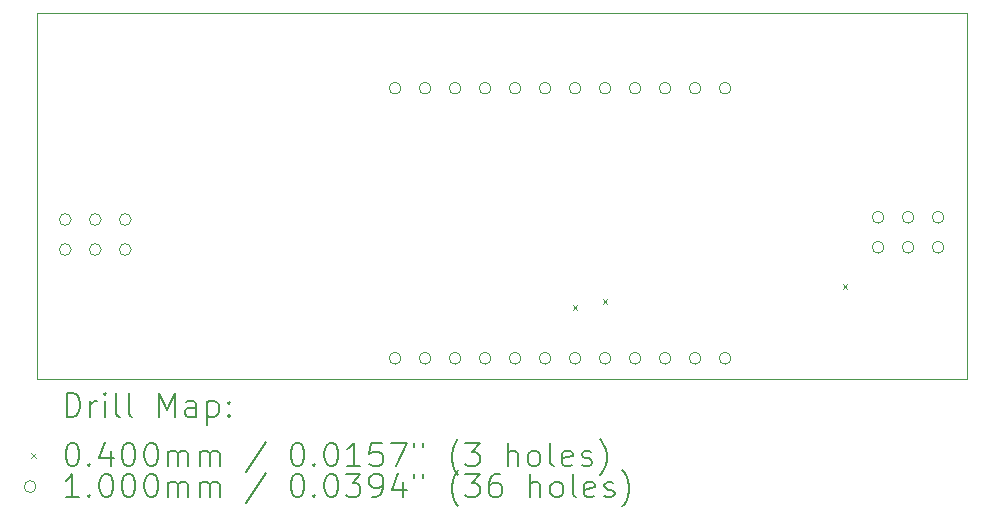
<source format=gbr>
%TF.GenerationSoftware,KiCad,Pcbnew,8.0.4*%
%TF.CreationDate,2024-09-09T14:33:11-07:00*%
%TF.ProjectId,Top_Board,546f705f-426f-4617-9264-2e6b69636164,0*%
%TF.SameCoordinates,Original*%
%TF.FileFunction,Drillmap*%
%TF.FilePolarity,Positive*%
%FSLAX45Y45*%
G04 Gerber Fmt 4.5, Leading zero omitted, Abs format (unit mm)*
G04 Created by KiCad (PCBNEW 8.0.4) date 2024-09-09 14:33:11*
%MOMM*%
%LPD*%
G01*
G04 APERTURE LIST*
%ADD10C,0.100000*%
%ADD11C,0.200000*%
G04 APERTURE END LIST*
D10*
X11315922Y-7873955D02*
X19189922Y-7873955D01*
X19189922Y-10972800D01*
X11315922Y-10972800D01*
X11315922Y-7873955D01*
D11*
D10*
X15855000Y-10343200D02*
X15895000Y-10383200D01*
X15895000Y-10343200D02*
X15855000Y-10383200D01*
X16109000Y-10292400D02*
X16149000Y-10332400D01*
X16149000Y-10292400D02*
X16109000Y-10332400D01*
X18141000Y-10165400D02*
X18181000Y-10205400D01*
X18181000Y-10165400D02*
X18141000Y-10205400D01*
X11608500Y-9620400D02*
G75*
G02*
X11508500Y-9620400I-50000J0D01*
G01*
X11508500Y-9620400D02*
G75*
G02*
X11608500Y-9620400I50000J0D01*
G01*
X11608500Y-9874400D02*
G75*
G02*
X11508500Y-9874400I-50000J0D01*
G01*
X11508500Y-9874400D02*
G75*
G02*
X11608500Y-9874400I50000J0D01*
G01*
X11862500Y-9620400D02*
G75*
G02*
X11762500Y-9620400I-50000J0D01*
G01*
X11762500Y-9620400D02*
G75*
G02*
X11862500Y-9620400I50000J0D01*
G01*
X11862500Y-9874400D02*
G75*
G02*
X11762500Y-9874400I-50000J0D01*
G01*
X11762500Y-9874400D02*
G75*
G02*
X11862500Y-9874400I50000J0D01*
G01*
X12116500Y-9620400D02*
G75*
G02*
X12016500Y-9620400I-50000J0D01*
G01*
X12016500Y-9620400D02*
G75*
G02*
X12116500Y-9620400I50000J0D01*
G01*
X12116500Y-9874400D02*
G75*
G02*
X12016500Y-9874400I-50000J0D01*
G01*
X12016500Y-9874400D02*
G75*
G02*
X12116500Y-9874400I50000J0D01*
G01*
X14401000Y-8508814D02*
G75*
G02*
X14301000Y-8508814I-50000J0D01*
G01*
X14301000Y-8508814D02*
G75*
G02*
X14401000Y-8508814I50000J0D01*
G01*
X14401000Y-10795000D02*
G75*
G02*
X14301000Y-10795000I-50000J0D01*
G01*
X14301000Y-10795000D02*
G75*
G02*
X14401000Y-10795000I50000J0D01*
G01*
X14655000Y-8508814D02*
G75*
G02*
X14555000Y-8508814I-50000J0D01*
G01*
X14555000Y-8508814D02*
G75*
G02*
X14655000Y-8508814I50000J0D01*
G01*
X14655000Y-10795000D02*
G75*
G02*
X14555000Y-10795000I-50000J0D01*
G01*
X14555000Y-10795000D02*
G75*
G02*
X14655000Y-10795000I50000J0D01*
G01*
X14909000Y-8508814D02*
G75*
G02*
X14809000Y-8508814I-50000J0D01*
G01*
X14809000Y-8508814D02*
G75*
G02*
X14909000Y-8508814I50000J0D01*
G01*
X14909000Y-10795000D02*
G75*
G02*
X14809000Y-10795000I-50000J0D01*
G01*
X14809000Y-10795000D02*
G75*
G02*
X14909000Y-10795000I50000J0D01*
G01*
X15163000Y-8508814D02*
G75*
G02*
X15063000Y-8508814I-50000J0D01*
G01*
X15063000Y-8508814D02*
G75*
G02*
X15163000Y-8508814I50000J0D01*
G01*
X15163000Y-10795000D02*
G75*
G02*
X15063000Y-10795000I-50000J0D01*
G01*
X15063000Y-10795000D02*
G75*
G02*
X15163000Y-10795000I50000J0D01*
G01*
X15417000Y-8508814D02*
G75*
G02*
X15317000Y-8508814I-50000J0D01*
G01*
X15317000Y-8508814D02*
G75*
G02*
X15417000Y-8508814I50000J0D01*
G01*
X15417000Y-10795000D02*
G75*
G02*
X15317000Y-10795000I-50000J0D01*
G01*
X15317000Y-10795000D02*
G75*
G02*
X15417000Y-10795000I50000J0D01*
G01*
X15671000Y-8508814D02*
G75*
G02*
X15571000Y-8508814I-50000J0D01*
G01*
X15571000Y-8508814D02*
G75*
G02*
X15671000Y-8508814I50000J0D01*
G01*
X15671000Y-10795000D02*
G75*
G02*
X15571000Y-10795000I-50000J0D01*
G01*
X15571000Y-10795000D02*
G75*
G02*
X15671000Y-10795000I50000J0D01*
G01*
X15925000Y-8508814D02*
G75*
G02*
X15825000Y-8508814I-50000J0D01*
G01*
X15825000Y-8508814D02*
G75*
G02*
X15925000Y-8508814I50000J0D01*
G01*
X15925000Y-10795000D02*
G75*
G02*
X15825000Y-10795000I-50000J0D01*
G01*
X15825000Y-10795000D02*
G75*
G02*
X15925000Y-10795000I50000J0D01*
G01*
X16179000Y-8508814D02*
G75*
G02*
X16079000Y-8508814I-50000J0D01*
G01*
X16079000Y-8508814D02*
G75*
G02*
X16179000Y-8508814I50000J0D01*
G01*
X16179000Y-10795000D02*
G75*
G02*
X16079000Y-10795000I-50000J0D01*
G01*
X16079000Y-10795000D02*
G75*
G02*
X16179000Y-10795000I50000J0D01*
G01*
X16433000Y-8508814D02*
G75*
G02*
X16333000Y-8508814I-50000J0D01*
G01*
X16333000Y-8508814D02*
G75*
G02*
X16433000Y-8508814I50000J0D01*
G01*
X16433000Y-10795000D02*
G75*
G02*
X16333000Y-10795000I-50000J0D01*
G01*
X16333000Y-10795000D02*
G75*
G02*
X16433000Y-10795000I50000J0D01*
G01*
X16687000Y-8508814D02*
G75*
G02*
X16587000Y-8508814I-50000J0D01*
G01*
X16587000Y-8508814D02*
G75*
G02*
X16687000Y-8508814I50000J0D01*
G01*
X16687000Y-10795000D02*
G75*
G02*
X16587000Y-10795000I-50000J0D01*
G01*
X16587000Y-10795000D02*
G75*
G02*
X16687000Y-10795000I50000J0D01*
G01*
X16941000Y-8508814D02*
G75*
G02*
X16841000Y-8508814I-50000J0D01*
G01*
X16841000Y-8508814D02*
G75*
G02*
X16941000Y-8508814I50000J0D01*
G01*
X16941000Y-10795000D02*
G75*
G02*
X16841000Y-10795000I-50000J0D01*
G01*
X16841000Y-10795000D02*
G75*
G02*
X16941000Y-10795000I50000J0D01*
G01*
X17195000Y-8508814D02*
G75*
G02*
X17095000Y-8508814I-50000J0D01*
G01*
X17095000Y-8508814D02*
G75*
G02*
X17195000Y-8508814I50000J0D01*
G01*
X17195000Y-10795000D02*
G75*
G02*
X17095000Y-10795000I-50000J0D01*
G01*
X17095000Y-10795000D02*
G75*
G02*
X17195000Y-10795000I50000J0D01*
G01*
X18490400Y-9601200D02*
G75*
G02*
X18390400Y-9601200I-50000J0D01*
G01*
X18390400Y-9601200D02*
G75*
G02*
X18490400Y-9601200I50000J0D01*
G01*
X18490400Y-9855200D02*
G75*
G02*
X18390400Y-9855200I-50000J0D01*
G01*
X18390400Y-9855200D02*
G75*
G02*
X18490400Y-9855200I50000J0D01*
G01*
X18744400Y-9601200D02*
G75*
G02*
X18644400Y-9601200I-50000J0D01*
G01*
X18644400Y-9601200D02*
G75*
G02*
X18744400Y-9601200I50000J0D01*
G01*
X18744400Y-9855200D02*
G75*
G02*
X18644400Y-9855200I-50000J0D01*
G01*
X18644400Y-9855200D02*
G75*
G02*
X18744400Y-9855200I50000J0D01*
G01*
X18998400Y-9601200D02*
G75*
G02*
X18898400Y-9601200I-50000J0D01*
G01*
X18898400Y-9601200D02*
G75*
G02*
X18998400Y-9601200I50000J0D01*
G01*
X18998400Y-9855200D02*
G75*
G02*
X18898400Y-9855200I-50000J0D01*
G01*
X18898400Y-9855200D02*
G75*
G02*
X18998400Y-9855200I50000J0D01*
G01*
D11*
X11571699Y-11289284D02*
X11571699Y-11089284D01*
X11571699Y-11089284D02*
X11619318Y-11089284D01*
X11619318Y-11089284D02*
X11647889Y-11098808D01*
X11647889Y-11098808D02*
X11666937Y-11117855D01*
X11666937Y-11117855D02*
X11676460Y-11136903D01*
X11676460Y-11136903D02*
X11685984Y-11174998D01*
X11685984Y-11174998D02*
X11685984Y-11203569D01*
X11685984Y-11203569D02*
X11676460Y-11241665D01*
X11676460Y-11241665D02*
X11666937Y-11260712D01*
X11666937Y-11260712D02*
X11647889Y-11279760D01*
X11647889Y-11279760D02*
X11619318Y-11289284D01*
X11619318Y-11289284D02*
X11571699Y-11289284D01*
X11771699Y-11289284D02*
X11771699Y-11155950D01*
X11771699Y-11194046D02*
X11781222Y-11174998D01*
X11781222Y-11174998D02*
X11790746Y-11165474D01*
X11790746Y-11165474D02*
X11809794Y-11155950D01*
X11809794Y-11155950D02*
X11828841Y-11155950D01*
X11895508Y-11289284D02*
X11895508Y-11155950D01*
X11895508Y-11089284D02*
X11885984Y-11098808D01*
X11885984Y-11098808D02*
X11895508Y-11108331D01*
X11895508Y-11108331D02*
X11905032Y-11098808D01*
X11905032Y-11098808D02*
X11895508Y-11089284D01*
X11895508Y-11089284D02*
X11895508Y-11108331D01*
X12019318Y-11289284D02*
X12000270Y-11279760D01*
X12000270Y-11279760D02*
X11990746Y-11260712D01*
X11990746Y-11260712D02*
X11990746Y-11089284D01*
X12124079Y-11289284D02*
X12105032Y-11279760D01*
X12105032Y-11279760D02*
X12095508Y-11260712D01*
X12095508Y-11260712D02*
X12095508Y-11089284D01*
X12352651Y-11289284D02*
X12352651Y-11089284D01*
X12352651Y-11089284D02*
X12419318Y-11232141D01*
X12419318Y-11232141D02*
X12485984Y-11089284D01*
X12485984Y-11089284D02*
X12485984Y-11289284D01*
X12666937Y-11289284D02*
X12666937Y-11184522D01*
X12666937Y-11184522D02*
X12657413Y-11165474D01*
X12657413Y-11165474D02*
X12638365Y-11155950D01*
X12638365Y-11155950D02*
X12600270Y-11155950D01*
X12600270Y-11155950D02*
X12581222Y-11165474D01*
X12666937Y-11279760D02*
X12647889Y-11289284D01*
X12647889Y-11289284D02*
X12600270Y-11289284D01*
X12600270Y-11289284D02*
X12581222Y-11279760D01*
X12581222Y-11279760D02*
X12571699Y-11260712D01*
X12571699Y-11260712D02*
X12571699Y-11241665D01*
X12571699Y-11241665D02*
X12581222Y-11222617D01*
X12581222Y-11222617D02*
X12600270Y-11213093D01*
X12600270Y-11213093D02*
X12647889Y-11213093D01*
X12647889Y-11213093D02*
X12666937Y-11203569D01*
X12762175Y-11155950D02*
X12762175Y-11355950D01*
X12762175Y-11165474D02*
X12781222Y-11155950D01*
X12781222Y-11155950D02*
X12819318Y-11155950D01*
X12819318Y-11155950D02*
X12838365Y-11165474D01*
X12838365Y-11165474D02*
X12847889Y-11174998D01*
X12847889Y-11174998D02*
X12857413Y-11194046D01*
X12857413Y-11194046D02*
X12857413Y-11251188D01*
X12857413Y-11251188D02*
X12847889Y-11270236D01*
X12847889Y-11270236D02*
X12838365Y-11279760D01*
X12838365Y-11279760D02*
X12819318Y-11289284D01*
X12819318Y-11289284D02*
X12781222Y-11289284D01*
X12781222Y-11289284D02*
X12762175Y-11279760D01*
X12943127Y-11270236D02*
X12952651Y-11279760D01*
X12952651Y-11279760D02*
X12943127Y-11289284D01*
X12943127Y-11289284D02*
X12933603Y-11279760D01*
X12933603Y-11279760D02*
X12943127Y-11270236D01*
X12943127Y-11270236D02*
X12943127Y-11289284D01*
X12943127Y-11165474D02*
X12952651Y-11174998D01*
X12952651Y-11174998D02*
X12943127Y-11184522D01*
X12943127Y-11184522D02*
X12933603Y-11174998D01*
X12933603Y-11174998D02*
X12943127Y-11165474D01*
X12943127Y-11165474D02*
X12943127Y-11184522D01*
D10*
X11270922Y-11597800D02*
X11310922Y-11637800D01*
X11310922Y-11597800D02*
X11270922Y-11637800D01*
D11*
X11609794Y-11509284D02*
X11628841Y-11509284D01*
X11628841Y-11509284D02*
X11647889Y-11518808D01*
X11647889Y-11518808D02*
X11657413Y-11528331D01*
X11657413Y-11528331D02*
X11666937Y-11547379D01*
X11666937Y-11547379D02*
X11676460Y-11585474D01*
X11676460Y-11585474D02*
X11676460Y-11633093D01*
X11676460Y-11633093D02*
X11666937Y-11671188D01*
X11666937Y-11671188D02*
X11657413Y-11690236D01*
X11657413Y-11690236D02*
X11647889Y-11699760D01*
X11647889Y-11699760D02*
X11628841Y-11709284D01*
X11628841Y-11709284D02*
X11609794Y-11709284D01*
X11609794Y-11709284D02*
X11590746Y-11699760D01*
X11590746Y-11699760D02*
X11581222Y-11690236D01*
X11581222Y-11690236D02*
X11571699Y-11671188D01*
X11571699Y-11671188D02*
X11562175Y-11633093D01*
X11562175Y-11633093D02*
X11562175Y-11585474D01*
X11562175Y-11585474D02*
X11571699Y-11547379D01*
X11571699Y-11547379D02*
X11581222Y-11528331D01*
X11581222Y-11528331D02*
X11590746Y-11518808D01*
X11590746Y-11518808D02*
X11609794Y-11509284D01*
X11762175Y-11690236D02*
X11771699Y-11699760D01*
X11771699Y-11699760D02*
X11762175Y-11709284D01*
X11762175Y-11709284D02*
X11752651Y-11699760D01*
X11752651Y-11699760D02*
X11762175Y-11690236D01*
X11762175Y-11690236D02*
X11762175Y-11709284D01*
X11943127Y-11575950D02*
X11943127Y-11709284D01*
X11895508Y-11499760D02*
X11847889Y-11642617D01*
X11847889Y-11642617D02*
X11971699Y-11642617D01*
X12085984Y-11509284D02*
X12105032Y-11509284D01*
X12105032Y-11509284D02*
X12124080Y-11518808D01*
X12124080Y-11518808D02*
X12133603Y-11528331D01*
X12133603Y-11528331D02*
X12143127Y-11547379D01*
X12143127Y-11547379D02*
X12152651Y-11585474D01*
X12152651Y-11585474D02*
X12152651Y-11633093D01*
X12152651Y-11633093D02*
X12143127Y-11671188D01*
X12143127Y-11671188D02*
X12133603Y-11690236D01*
X12133603Y-11690236D02*
X12124080Y-11699760D01*
X12124080Y-11699760D02*
X12105032Y-11709284D01*
X12105032Y-11709284D02*
X12085984Y-11709284D01*
X12085984Y-11709284D02*
X12066937Y-11699760D01*
X12066937Y-11699760D02*
X12057413Y-11690236D01*
X12057413Y-11690236D02*
X12047889Y-11671188D01*
X12047889Y-11671188D02*
X12038365Y-11633093D01*
X12038365Y-11633093D02*
X12038365Y-11585474D01*
X12038365Y-11585474D02*
X12047889Y-11547379D01*
X12047889Y-11547379D02*
X12057413Y-11528331D01*
X12057413Y-11528331D02*
X12066937Y-11518808D01*
X12066937Y-11518808D02*
X12085984Y-11509284D01*
X12276460Y-11509284D02*
X12295508Y-11509284D01*
X12295508Y-11509284D02*
X12314556Y-11518808D01*
X12314556Y-11518808D02*
X12324080Y-11528331D01*
X12324080Y-11528331D02*
X12333603Y-11547379D01*
X12333603Y-11547379D02*
X12343127Y-11585474D01*
X12343127Y-11585474D02*
X12343127Y-11633093D01*
X12343127Y-11633093D02*
X12333603Y-11671188D01*
X12333603Y-11671188D02*
X12324080Y-11690236D01*
X12324080Y-11690236D02*
X12314556Y-11699760D01*
X12314556Y-11699760D02*
X12295508Y-11709284D01*
X12295508Y-11709284D02*
X12276460Y-11709284D01*
X12276460Y-11709284D02*
X12257413Y-11699760D01*
X12257413Y-11699760D02*
X12247889Y-11690236D01*
X12247889Y-11690236D02*
X12238365Y-11671188D01*
X12238365Y-11671188D02*
X12228841Y-11633093D01*
X12228841Y-11633093D02*
X12228841Y-11585474D01*
X12228841Y-11585474D02*
X12238365Y-11547379D01*
X12238365Y-11547379D02*
X12247889Y-11528331D01*
X12247889Y-11528331D02*
X12257413Y-11518808D01*
X12257413Y-11518808D02*
X12276460Y-11509284D01*
X12428841Y-11709284D02*
X12428841Y-11575950D01*
X12428841Y-11594998D02*
X12438365Y-11585474D01*
X12438365Y-11585474D02*
X12457413Y-11575950D01*
X12457413Y-11575950D02*
X12485984Y-11575950D01*
X12485984Y-11575950D02*
X12505032Y-11585474D01*
X12505032Y-11585474D02*
X12514556Y-11604522D01*
X12514556Y-11604522D02*
X12514556Y-11709284D01*
X12514556Y-11604522D02*
X12524080Y-11585474D01*
X12524080Y-11585474D02*
X12543127Y-11575950D01*
X12543127Y-11575950D02*
X12571699Y-11575950D01*
X12571699Y-11575950D02*
X12590746Y-11585474D01*
X12590746Y-11585474D02*
X12600270Y-11604522D01*
X12600270Y-11604522D02*
X12600270Y-11709284D01*
X12695508Y-11709284D02*
X12695508Y-11575950D01*
X12695508Y-11594998D02*
X12705032Y-11585474D01*
X12705032Y-11585474D02*
X12724080Y-11575950D01*
X12724080Y-11575950D02*
X12752651Y-11575950D01*
X12752651Y-11575950D02*
X12771699Y-11585474D01*
X12771699Y-11585474D02*
X12781222Y-11604522D01*
X12781222Y-11604522D02*
X12781222Y-11709284D01*
X12781222Y-11604522D02*
X12790746Y-11585474D01*
X12790746Y-11585474D02*
X12809794Y-11575950D01*
X12809794Y-11575950D02*
X12838365Y-11575950D01*
X12838365Y-11575950D02*
X12857413Y-11585474D01*
X12857413Y-11585474D02*
X12866937Y-11604522D01*
X12866937Y-11604522D02*
X12866937Y-11709284D01*
X13257413Y-11499760D02*
X13085984Y-11756903D01*
X13514556Y-11509284D02*
X13533604Y-11509284D01*
X13533604Y-11509284D02*
X13552651Y-11518808D01*
X13552651Y-11518808D02*
X13562175Y-11528331D01*
X13562175Y-11528331D02*
X13571699Y-11547379D01*
X13571699Y-11547379D02*
X13581223Y-11585474D01*
X13581223Y-11585474D02*
X13581223Y-11633093D01*
X13581223Y-11633093D02*
X13571699Y-11671188D01*
X13571699Y-11671188D02*
X13562175Y-11690236D01*
X13562175Y-11690236D02*
X13552651Y-11699760D01*
X13552651Y-11699760D02*
X13533604Y-11709284D01*
X13533604Y-11709284D02*
X13514556Y-11709284D01*
X13514556Y-11709284D02*
X13495508Y-11699760D01*
X13495508Y-11699760D02*
X13485984Y-11690236D01*
X13485984Y-11690236D02*
X13476461Y-11671188D01*
X13476461Y-11671188D02*
X13466937Y-11633093D01*
X13466937Y-11633093D02*
X13466937Y-11585474D01*
X13466937Y-11585474D02*
X13476461Y-11547379D01*
X13476461Y-11547379D02*
X13485984Y-11528331D01*
X13485984Y-11528331D02*
X13495508Y-11518808D01*
X13495508Y-11518808D02*
X13514556Y-11509284D01*
X13666937Y-11690236D02*
X13676461Y-11699760D01*
X13676461Y-11699760D02*
X13666937Y-11709284D01*
X13666937Y-11709284D02*
X13657413Y-11699760D01*
X13657413Y-11699760D02*
X13666937Y-11690236D01*
X13666937Y-11690236D02*
X13666937Y-11709284D01*
X13800270Y-11509284D02*
X13819318Y-11509284D01*
X13819318Y-11509284D02*
X13838365Y-11518808D01*
X13838365Y-11518808D02*
X13847889Y-11528331D01*
X13847889Y-11528331D02*
X13857413Y-11547379D01*
X13857413Y-11547379D02*
X13866937Y-11585474D01*
X13866937Y-11585474D02*
X13866937Y-11633093D01*
X13866937Y-11633093D02*
X13857413Y-11671188D01*
X13857413Y-11671188D02*
X13847889Y-11690236D01*
X13847889Y-11690236D02*
X13838365Y-11699760D01*
X13838365Y-11699760D02*
X13819318Y-11709284D01*
X13819318Y-11709284D02*
X13800270Y-11709284D01*
X13800270Y-11709284D02*
X13781223Y-11699760D01*
X13781223Y-11699760D02*
X13771699Y-11690236D01*
X13771699Y-11690236D02*
X13762175Y-11671188D01*
X13762175Y-11671188D02*
X13752651Y-11633093D01*
X13752651Y-11633093D02*
X13752651Y-11585474D01*
X13752651Y-11585474D02*
X13762175Y-11547379D01*
X13762175Y-11547379D02*
X13771699Y-11528331D01*
X13771699Y-11528331D02*
X13781223Y-11518808D01*
X13781223Y-11518808D02*
X13800270Y-11509284D01*
X14057413Y-11709284D02*
X13943127Y-11709284D01*
X14000270Y-11709284D02*
X14000270Y-11509284D01*
X14000270Y-11509284D02*
X13981223Y-11537855D01*
X13981223Y-11537855D02*
X13962175Y-11556903D01*
X13962175Y-11556903D02*
X13943127Y-11566427D01*
X14238365Y-11509284D02*
X14143127Y-11509284D01*
X14143127Y-11509284D02*
X14133604Y-11604522D01*
X14133604Y-11604522D02*
X14143127Y-11594998D01*
X14143127Y-11594998D02*
X14162175Y-11585474D01*
X14162175Y-11585474D02*
X14209794Y-11585474D01*
X14209794Y-11585474D02*
X14228842Y-11594998D01*
X14228842Y-11594998D02*
X14238365Y-11604522D01*
X14238365Y-11604522D02*
X14247889Y-11623569D01*
X14247889Y-11623569D02*
X14247889Y-11671188D01*
X14247889Y-11671188D02*
X14238365Y-11690236D01*
X14238365Y-11690236D02*
X14228842Y-11699760D01*
X14228842Y-11699760D02*
X14209794Y-11709284D01*
X14209794Y-11709284D02*
X14162175Y-11709284D01*
X14162175Y-11709284D02*
X14143127Y-11699760D01*
X14143127Y-11699760D02*
X14133604Y-11690236D01*
X14314556Y-11509284D02*
X14447889Y-11509284D01*
X14447889Y-11509284D02*
X14362175Y-11709284D01*
X14514556Y-11509284D02*
X14514556Y-11547379D01*
X14590746Y-11509284D02*
X14590746Y-11547379D01*
X14885985Y-11785474D02*
X14876461Y-11775950D01*
X14876461Y-11775950D02*
X14857413Y-11747379D01*
X14857413Y-11747379D02*
X14847889Y-11728331D01*
X14847889Y-11728331D02*
X14838366Y-11699760D01*
X14838366Y-11699760D02*
X14828842Y-11652141D01*
X14828842Y-11652141D02*
X14828842Y-11614046D01*
X14828842Y-11614046D02*
X14838366Y-11566427D01*
X14838366Y-11566427D02*
X14847889Y-11537855D01*
X14847889Y-11537855D02*
X14857413Y-11518808D01*
X14857413Y-11518808D02*
X14876461Y-11490236D01*
X14876461Y-11490236D02*
X14885985Y-11480712D01*
X14943127Y-11509284D02*
X15066937Y-11509284D01*
X15066937Y-11509284D02*
X15000270Y-11585474D01*
X15000270Y-11585474D02*
X15028842Y-11585474D01*
X15028842Y-11585474D02*
X15047889Y-11594998D01*
X15047889Y-11594998D02*
X15057413Y-11604522D01*
X15057413Y-11604522D02*
X15066937Y-11623569D01*
X15066937Y-11623569D02*
X15066937Y-11671188D01*
X15066937Y-11671188D02*
X15057413Y-11690236D01*
X15057413Y-11690236D02*
X15047889Y-11699760D01*
X15047889Y-11699760D02*
X15028842Y-11709284D01*
X15028842Y-11709284D02*
X14971699Y-11709284D01*
X14971699Y-11709284D02*
X14952651Y-11699760D01*
X14952651Y-11699760D02*
X14943127Y-11690236D01*
X15305032Y-11709284D02*
X15305032Y-11509284D01*
X15390747Y-11709284D02*
X15390747Y-11604522D01*
X15390747Y-11604522D02*
X15381223Y-11585474D01*
X15381223Y-11585474D02*
X15362175Y-11575950D01*
X15362175Y-11575950D02*
X15333604Y-11575950D01*
X15333604Y-11575950D02*
X15314556Y-11585474D01*
X15314556Y-11585474D02*
X15305032Y-11594998D01*
X15514556Y-11709284D02*
X15495508Y-11699760D01*
X15495508Y-11699760D02*
X15485985Y-11690236D01*
X15485985Y-11690236D02*
X15476461Y-11671188D01*
X15476461Y-11671188D02*
X15476461Y-11614046D01*
X15476461Y-11614046D02*
X15485985Y-11594998D01*
X15485985Y-11594998D02*
X15495508Y-11585474D01*
X15495508Y-11585474D02*
X15514556Y-11575950D01*
X15514556Y-11575950D02*
X15543128Y-11575950D01*
X15543128Y-11575950D02*
X15562175Y-11585474D01*
X15562175Y-11585474D02*
X15571699Y-11594998D01*
X15571699Y-11594998D02*
X15581223Y-11614046D01*
X15581223Y-11614046D02*
X15581223Y-11671188D01*
X15581223Y-11671188D02*
X15571699Y-11690236D01*
X15571699Y-11690236D02*
X15562175Y-11699760D01*
X15562175Y-11699760D02*
X15543128Y-11709284D01*
X15543128Y-11709284D02*
X15514556Y-11709284D01*
X15695508Y-11709284D02*
X15676461Y-11699760D01*
X15676461Y-11699760D02*
X15666937Y-11680712D01*
X15666937Y-11680712D02*
X15666937Y-11509284D01*
X15847889Y-11699760D02*
X15828842Y-11709284D01*
X15828842Y-11709284D02*
X15790747Y-11709284D01*
X15790747Y-11709284D02*
X15771699Y-11699760D01*
X15771699Y-11699760D02*
X15762175Y-11680712D01*
X15762175Y-11680712D02*
X15762175Y-11604522D01*
X15762175Y-11604522D02*
X15771699Y-11585474D01*
X15771699Y-11585474D02*
X15790747Y-11575950D01*
X15790747Y-11575950D02*
X15828842Y-11575950D01*
X15828842Y-11575950D02*
X15847889Y-11585474D01*
X15847889Y-11585474D02*
X15857413Y-11604522D01*
X15857413Y-11604522D02*
X15857413Y-11623569D01*
X15857413Y-11623569D02*
X15762175Y-11642617D01*
X15933604Y-11699760D02*
X15952651Y-11709284D01*
X15952651Y-11709284D02*
X15990747Y-11709284D01*
X15990747Y-11709284D02*
X16009794Y-11699760D01*
X16009794Y-11699760D02*
X16019318Y-11680712D01*
X16019318Y-11680712D02*
X16019318Y-11671188D01*
X16019318Y-11671188D02*
X16009794Y-11652141D01*
X16009794Y-11652141D02*
X15990747Y-11642617D01*
X15990747Y-11642617D02*
X15962175Y-11642617D01*
X15962175Y-11642617D02*
X15943128Y-11633093D01*
X15943128Y-11633093D02*
X15933604Y-11614046D01*
X15933604Y-11614046D02*
X15933604Y-11604522D01*
X15933604Y-11604522D02*
X15943128Y-11585474D01*
X15943128Y-11585474D02*
X15962175Y-11575950D01*
X15962175Y-11575950D02*
X15990747Y-11575950D01*
X15990747Y-11575950D02*
X16009794Y-11585474D01*
X16085985Y-11785474D02*
X16095509Y-11775950D01*
X16095509Y-11775950D02*
X16114556Y-11747379D01*
X16114556Y-11747379D02*
X16124080Y-11728331D01*
X16124080Y-11728331D02*
X16133604Y-11699760D01*
X16133604Y-11699760D02*
X16143128Y-11652141D01*
X16143128Y-11652141D02*
X16143128Y-11614046D01*
X16143128Y-11614046D02*
X16133604Y-11566427D01*
X16133604Y-11566427D02*
X16124080Y-11537855D01*
X16124080Y-11537855D02*
X16114556Y-11518808D01*
X16114556Y-11518808D02*
X16095509Y-11490236D01*
X16095509Y-11490236D02*
X16085985Y-11480712D01*
D10*
X11310922Y-11881800D02*
G75*
G02*
X11210922Y-11881800I-50000J0D01*
G01*
X11210922Y-11881800D02*
G75*
G02*
X11310922Y-11881800I50000J0D01*
G01*
D11*
X11676460Y-11973284D02*
X11562175Y-11973284D01*
X11619318Y-11973284D02*
X11619318Y-11773284D01*
X11619318Y-11773284D02*
X11600270Y-11801855D01*
X11600270Y-11801855D02*
X11581222Y-11820903D01*
X11581222Y-11820903D02*
X11562175Y-11830427D01*
X11762175Y-11954236D02*
X11771699Y-11963760D01*
X11771699Y-11963760D02*
X11762175Y-11973284D01*
X11762175Y-11973284D02*
X11752651Y-11963760D01*
X11752651Y-11963760D02*
X11762175Y-11954236D01*
X11762175Y-11954236D02*
X11762175Y-11973284D01*
X11895508Y-11773284D02*
X11914556Y-11773284D01*
X11914556Y-11773284D02*
X11933603Y-11782808D01*
X11933603Y-11782808D02*
X11943127Y-11792331D01*
X11943127Y-11792331D02*
X11952651Y-11811379D01*
X11952651Y-11811379D02*
X11962175Y-11849474D01*
X11962175Y-11849474D02*
X11962175Y-11897093D01*
X11962175Y-11897093D02*
X11952651Y-11935188D01*
X11952651Y-11935188D02*
X11943127Y-11954236D01*
X11943127Y-11954236D02*
X11933603Y-11963760D01*
X11933603Y-11963760D02*
X11914556Y-11973284D01*
X11914556Y-11973284D02*
X11895508Y-11973284D01*
X11895508Y-11973284D02*
X11876460Y-11963760D01*
X11876460Y-11963760D02*
X11866937Y-11954236D01*
X11866937Y-11954236D02*
X11857413Y-11935188D01*
X11857413Y-11935188D02*
X11847889Y-11897093D01*
X11847889Y-11897093D02*
X11847889Y-11849474D01*
X11847889Y-11849474D02*
X11857413Y-11811379D01*
X11857413Y-11811379D02*
X11866937Y-11792331D01*
X11866937Y-11792331D02*
X11876460Y-11782808D01*
X11876460Y-11782808D02*
X11895508Y-11773284D01*
X12085984Y-11773284D02*
X12105032Y-11773284D01*
X12105032Y-11773284D02*
X12124080Y-11782808D01*
X12124080Y-11782808D02*
X12133603Y-11792331D01*
X12133603Y-11792331D02*
X12143127Y-11811379D01*
X12143127Y-11811379D02*
X12152651Y-11849474D01*
X12152651Y-11849474D02*
X12152651Y-11897093D01*
X12152651Y-11897093D02*
X12143127Y-11935188D01*
X12143127Y-11935188D02*
X12133603Y-11954236D01*
X12133603Y-11954236D02*
X12124080Y-11963760D01*
X12124080Y-11963760D02*
X12105032Y-11973284D01*
X12105032Y-11973284D02*
X12085984Y-11973284D01*
X12085984Y-11973284D02*
X12066937Y-11963760D01*
X12066937Y-11963760D02*
X12057413Y-11954236D01*
X12057413Y-11954236D02*
X12047889Y-11935188D01*
X12047889Y-11935188D02*
X12038365Y-11897093D01*
X12038365Y-11897093D02*
X12038365Y-11849474D01*
X12038365Y-11849474D02*
X12047889Y-11811379D01*
X12047889Y-11811379D02*
X12057413Y-11792331D01*
X12057413Y-11792331D02*
X12066937Y-11782808D01*
X12066937Y-11782808D02*
X12085984Y-11773284D01*
X12276460Y-11773284D02*
X12295508Y-11773284D01*
X12295508Y-11773284D02*
X12314556Y-11782808D01*
X12314556Y-11782808D02*
X12324080Y-11792331D01*
X12324080Y-11792331D02*
X12333603Y-11811379D01*
X12333603Y-11811379D02*
X12343127Y-11849474D01*
X12343127Y-11849474D02*
X12343127Y-11897093D01*
X12343127Y-11897093D02*
X12333603Y-11935188D01*
X12333603Y-11935188D02*
X12324080Y-11954236D01*
X12324080Y-11954236D02*
X12314556Y-11963760D01*
X12314556Y-11963760D02*
X12295508Y-11973284D01*
X12295508Y-11973284D02*
X12276460Y-11973284D01*
X12276460Y-11973284D02*
X12257413Y-11963760D01*
X12257413Y-11963760D02*
X12247889Y-11954236D01*
X12247889Y-11954236D02*
X12238365Y-11935188D01*
X12238365Y-11935188D02*
X12228841Y-11897093D01*
X12228841Y-11897093D02*
X12228841Y-11849474D01*
X12228841Y-11849474D02*
X12238365Y-11811379D01*
X12238365Y-11811379D02*
X12247889Y-11792331D01*
X12247889Y-11792331D02*
X12257413Y-11782808D01*
X12257413Y-11782808D02*
X12276460Y-11773284D01*
X12428841Y-11973284D02*
X12428841Y-11839950D01*
X12428841Y-11858998D02*
X12438365Y-11849474D01*
X12438365Y-11849474D02*
X12457413Y-11839950D01*
X12457413Y-11839950D02*
X12485984Y-11839950D01*
X12485984Y-11839950D02*
X12505032Y-11849474D01*
X12505032Y-11849474D02*
X12514556Y-11868522D01*
X12514556Y-11868522D02*
X12514556Y-11973284D01*
X12514556Y-11868522D02*
X12524080Y-11849474D01*
X12524080Y-11849474D02*
X12543127Y-11839950D01*
X12543127Y-11839950D02*
X12571699Y-11839950D01*
X12571699Y-11839950D02*
X12590746Y-11849474D01*
X12590746Y-11849474D02*
X12600270Y-11868522D01*
X12600270Y-11868522D02*
X12600270Y-11973284D01*
X12695508Y-11973284D02*
X12695508Y-11839950D01*
X12695508Y-11858998D02*
X12705032Y-11849474D01*
X12705032Y-11849474D02*
X12724080Y-11839950D01*
X12724080Y-11839950D02*
X12752651Y-11839950D01*
X12752651Y-11839950D02*
X12771699Y-11849474D01*
X12771699Y-11849474D02*
X12781222Y-11868522D01*
X12781222Y-11868522D02*
X12781222Y-11973284D01*
X12781222Y-11868522D02*
X12790746Y-11849474D01*
X12790746Y-11849474D02*
X12809794Y-11839950D01*
X12809794Y-11839950D02*
X12838365Y-11839950D01*
X12838365Y-11839950D02*
X12857413Y-11849474D01*
X12857413Y-11849474D02*
X12866937Y-11868522D01*
X12866937Y-11868522D02*
X12866937Y-11973284D01*
X13257413Y-11763760D02*
X13085984Y-12020903D01*
X13514556Y-11773284D02*
X13533604Y-11773284D01*
X13533604Y-11773284D02*
X13552651Y-11782808D01*
X13552651Y-11782808D02*
X13562175Y-11792331D01*
X13562175Y-11792331D02*
X13571699Y-11811379D01*
X13571699Y-11811379D02*
X13581223Y-11849474D01*
X13581223Y-11849474D02*
X13581223Y-11897093D01*
X13581223Y-11897093D02*
X13571699Y-11935188D01*
X13571699Y-11935188D02*
X13562175Y-11954236D01*
X13562175Y-11954236D02*
X13552651Y-11963760D01*
X13552651Y-11963760D02*
X13533604Y-11973284D01*
X13533604Y-11973284D02*
X13514556Y-11973284D01*
X13514556Y-11973284D02*
X13495508Y-11963760D01*
X13495508Y-11963760D02*
X13485984Y-11954236D01*
X13485984Y-11954236D02*
X13476461Y-11935188D01*
X13476461Y-11935188D02*
X13466937Y-11897093D01*
X13466937Y-11897093D02*
X13466937Y-11849474D01*
X13466937Y-11849474D02*
X13476461Y-11811379D01*
X13476461Y-11811379D02*
X13485984Y-11792331D01*
X13485984Y-11792331D02*
X13495508Y-11782808D01*
X13495508Y-11782808D02*
X13514556Y-11773284D01*
X13666937Y-11954236D02*
X13676461Y-11963760D01*
X13676461Y-11963760D02*
X13666937Y-11973284D01*
X13666937Y-11973284D02*
X13657413Y-11963760D01*
X13657413Y-11963760D02*
X13666937Y-11954236D01*
X13666937Y-11954236D02*
X13666937Y-11973284D01*
X13800270Y-11773284D02*
X13819318Y-11773284D01*
X13819318Y-11773284D02*
X13838365Y-11782808D01*
X13838365Y-11782808D02*
X13847889Y-11792331D01*
X13847889Y-11792331D02*
X13857413Y-11811379D01*
X13857413Y-11811379D02*
X13866937Y-11849474D01*
X13866937Y-11849474D02*
X13866937Y-11897093D01*
X13866937Y-11897093D02*
X13857413Y-11935188D01*
X13857413Y-11935188D02*
X13847889Y-11954236D01*
X13847889Y-11954236D02*
X13838365Y-11963760D01*
X13838365Y-11963760D02*
X13819318Y-11973284D01*
X13819318Y-11973284D02*
X13800270Y-11973284D01*
X13800270Y-11973284D02*
X13781223Y-11963760D01*
X13781223Y-11963760D02*
X13771699Y-11954236D01*
X13771699Y-11954236D02*
X13762175Y-11935188D01*
X13762175Y-11935188D02*
X13752651Y-11897093D01*
X13752651Y-11897093D02*
X13752651Y-11849474D01*
X13752651Y-11849474D02*
X13762175Y-11811379D01*
X13762175Y-11811379D02*
X13771699Y-11792331D01*
X13771699Y-11792331D02*
X13781223Y-11782808D01*
X13781223Y-11782808D02*
X13800270Y-11773284D01*
X13933604Y-11773284D02*
X14057413Y-11773284D01*
X14057413Y-11773284D02*
X13990746Y-11849474D01*
X13990746Y-11849474D02*
X14019318Y-11849474D01*
X14019318Y-11849474D02*
X14038365Y-11858998D01*
X14038365Y-11858998D02*
X14047889Y-11868522D01*
X14047889Y-11868522D02*
X14057413Y-11887569D01*
X14057413Y-11887569D02*
X14057413Y-11935188D01*
X14057413Y-11935188D02*
X14047889Y-11954236D01*
X14047889Y-11954236D02*
X14038365Y-11963760D01*
X14038365Y-11963760D02*
X14019318Y-11973284D01*
X14019318Y-11973284D02*
X13962175Y-11973284D01*
X13962175Y-11973284D02*
X13943127Y-11963760D01*
X13943127Y-11963760D02*
X13933604Y-11954236D01*
X14152651Y-11973284D02*
X14190746Y-11973284D01*
X14190746Y-11973284D02*
X14209794Y-11963760D01*
X14209794Y-11963760D02*
X14219318Y-11954236D01*
X14219318Y-11954236D02*
X14238365Y-11925665D01*
X14238365Y-11925665D02*
X14247889Y-11887569D01*
X14247889Y-11887569D02*
X14247889Y-11811379D01*
X14247889Y-11811379D02*
X14238365Y-11792331D01*
X14238365Y-11792331D02*
X14228842Y-11782808D01*
X14228842Y-11782808D02*
X14209794Y-11773284D01*
X14209794Y-11773284D02*
X14171699Y-11773284D01*
X14171699Y-11773284D02*
X14152651Y-11782808D01*
X14152651Y-11782808D02*
X14143127Y-11792331D01*
X14143127Y-11792331D02*
X14133604Y-11811379D01*
X14133604Y-11811379D02*
X14133604Y-11858998D01*
X14133604Y-11858998D02*
X14143127Y-11878046D01*
X14143127Y-11878046D02*
X14152651Y-11887569D01*
X14152651Y-11887569D02*
X14171699Y-11897093D01*
X14171699Y-11897093D02*
X14209794Y-11897093D01*
X14209794Y-11897093D02*
X14228842Y-11887569D01*
X14228842Y-11887569D02*
X14238365Y-11878046D01*
X14238365Y-11878046D02*
X14247889Y-11858998D01*
X14419318Y-11839950D02*
X14419318Y-11973284D01*
X14371699Y-11763760D02*
X14324080Y-11906617D01*
X14324080Y-11906617D02*
X14447889Y-11906617D01*
X14514556Y-11773284D02*
X14514556Y-11811379D01*
X14590746Y-11773284D02*
X14590746Y-11811379D01*
X14885985Y-12049474D02*
X14876461Y-12039950D01*
X14876461Y-12039950D02*
X14857413Y-12011379D01*
X14857413Y-12011379D02*
X14847889Y-11992331D01*
X14847889Y-11992331D02*
X14838366Y-11963760D01*
X14838366Y-11963760D02*
X14828842Y-11916141D01*
X14828842Y-11916141D02*
X14828842Y-11878046D01*
X14828842Y-11878046D02*
X14838366Y-11830427D01*
X14838366Y-11830427D02*
X14847889Y-11801855D01*
X14847889Y-11801855D02*
X14857413Y-11782808D01*
X14857413Y-11782808D02*
X14876461Y-11754236D01*
X14876461Y-11754236D02*
X14885985Y-11744712D01*
X14943127Y-11773284D02*
X15066937Y-11773284D01*
X15066937Y-11773284D02*
X15000270Y-11849474D01*
X15000270Y-11849474D02*
X15028842Y-11849474D01*
X15028842Y-11849474D02*
X15047889Y-11858998D01*
X15047889Y-11858998D02*
X15057413Y-11868522D01*
X15057413Y-11868522D02*
X15066937Y-11887569D01*
X15066937Y-11887569D02*
X15066937Y-11935188D01*
X15066937Y-11935188D02*
X15057413Y-11954236D01*
X15057413Y-11954236D02*
X15047889Y-11963760D01*
X15047889Y-11963760D02*
X15028842Y-11973284D01*
X15028842Y-11973284D02*
X14971699Y-11973284D01*
X14971699Y-11973284D02*
X14952651Y-11963760D01*
X14952651Y-11963760D02*
X14943127Y-11954236D01*
X15238366Y-11773284D02*
X15200270Y-11773284D01*
X15200270Y-11773284D02*
X15181223Y-11782808D01*
X15181223Y-11782808D02*
X15171699Y-11792331D01*
X15171699Y-11792331D02*
X15152651Y-11820903D01*
X15152651Y-11820903D02*
X15143127Y-11858998D01*
X15143127Y-11858998D02*
X15143127Y-11935188D01*
X15143127Y-11935188D02*
X15152651Y-11954236D01*
X15152651Y-11954236D02*
X15162175Y-11963760D01*
X15162175Y-11963760D02*
X15181223Y-11973284D01*
X15181223Y-11973284D02*
X15219318Y-11973284D01*
X15219318Y-11973284D02*
X15238366Y-11963760D01*
X15238366Y-11963760D02*
X15247889Y-11954236D01*
X15247889Y-11954236D02*
X15257413Y-11935188D01*
X15257413Y-11935188D02*
X15257413Y-11887569D01*
X15257413Y-11887569D02*
X15247889Y-11868522D01*
X15247889Y-11868522D02*
X15238366Y-11858998D01*
X15238366Y-11858998D02*
X15219318Y-11849474D01*
X15219318Y-11849474D02*
X15181223Y-11849474D01*
X15181223Y-11849474D02*
X15162175Y-11858998D01*
X15162175Y-11858998D02*
X15152651Y-11868522D01*
X15152651Y-11868522D02*
X15143127Y-11887569D01*
X15495508Y-11973284D02*
X15495508Y-11773284D01*
X15581223Y-11973284D02*
X15581223Y-11868522D01*
X15581223Y-11868522D02*
X15571699Y-11849474D01*
X15571699Y-11849474D02*
X15552651Y-11839950D01*
X15552651Y-11839950D02*
X15524080Y-11839950D01*
X15524080Y-11839950D02*
X15505032Y-11849474D01*
X15505032Y-11849474D02*
X15495508Y-11858998D01*
X15705032Y-11973284D02*
X15685985Y-11963760D01*
X15685985Y-11963760D02*
X15676461Y-11954236D01*
X15676461Y-11954236D02*
X15666937Y-11935188D01*
X15666937Y-11935188D02*
X15666937Y-11878046D01*
X15666937Y-11878046D02*
X15676461Y-11858998D01*
X15676461Y-11858998D02*
X15685985Y-11849474D01*
X15685985Y-11849474D02*
X15705032Y-11839950D01*
X15705032Y-11839950D02*
X15733604Y-11839950D01*
X15733604Y-11839950D02*
X15752651Y-11849474D01*
X15752651Y-11849474D02*
X15762175Y-11858998D01*
X15762175Y-11858998D02*
X15771699Y-11878046D01*
X15771699Y-11878046D02*
X15771699Y-11935188D01*
X15771699Y-11935188D02*
X15762175Y-11954236D01*
X15762175Y-11954236D02*
X15752651Y-11963760D01*
X15752651Y-11963760D02*
X15733604Y-11973284D01*
X15733604Y-11973284D02*
X15705032Y-11973284D01*
X15885985Y-11973284D02*
X15866937Y-11963760D01*
X15866937Y-11963760D02*
X15857413Y-11944712D01*
X15857413Y-11944712D02*
X15857413Y-11773284D01*
X16038366Y-11963760D02*
X16019318Y-11973284D01*
X16019318Y-11973284D02*
X15981223Y-11973284D01*
X15981223Y-11973284D02*
X15962175Y-11963760D01*
X15962175Y-11963760D02*
X15952651Y-11944712D01*
X15952651Y-11944712D02*
X15952651Y-11868522D01*
X15952651Y-11868522D02*
X15962175Y-11849474D01*
X15962175Y-11849474D02*
X15981223Y-11839950D01*
X15981223Y-11839950D02*
X16019318Y-11839950D01*
X16019318Y-11839950D02*
X16038366Y-11849474D01*
X16038366Y-11849474D02*
X16047889Y-11868522D01*
X16047889Y-11868522D02*
X16047889Y-11887569D01*
X16047889Y-11887569D02*
X15952651Y-11906617D01*
X16124080Y-11963760D02*
X16143128Y-11973284D01*
X16143128Y-11973284D02*
X16181223Y-11973284D01*
X16181223Y-11973284D02*
X16200270Y-11963760D01*
X16200270Y-11963760D02*
X16209794Y-11944712D01*
X16209794Y-11944712D02*
X16209794Y-11935188D01*
X16209794Y-11935188D02*
X16200270Y-11916141D01*
X16200270Y-11916141D02*
X16181223Y-11906617D01*
X16181223Y-11906617D02*
X16152651Y-11906617D01*
X16152651Y-11906617D02*
X16133604Y-11897093D01*
X16133604Y-11897093D02*
X16124080Y-11878046D01*
X16124080Y-11878046D02*
X16124080Y-11868522D01*
X16124080Y-11868522D02*
X16133604Y-11849474D01*
X16133604Y-11849474D02*
X16152651Y-11839950D01*
X16152651Y-11839950D02*
X16181223Y-11839950D01*
X16181223Y-11839950D02*
X16200270Y-11849474D01*
X16276461Y-12049474D02*
X16285985Y-12039950D01*
X16285985Y-12039950D02*
X16305032Y-12011379D01*
X16305032Y-12011379D02*
X16314556Y-11992331D01*
X16314556Y-11992331D02*
X16324080Y-11963760D01*
X16324080Y-11963760D02*
X16333604Y-11916141D01*
X16333604Y-11916141D02*
X16333604Y-11878046D01*
X16333604Y-11878046D02*
X16324080Y-11830427D01*
X16324080Y-11830427D02*
X16314556Y-11801855D01*
X16314556Y-11801855D02*
X16305032Y-11782808D01*
X16305032Y-11782808D02*
X16285985Y-11754236D01*
X16285985Y-11754236D02*
X16276461Y-11744712D01*
M02*

</source>
